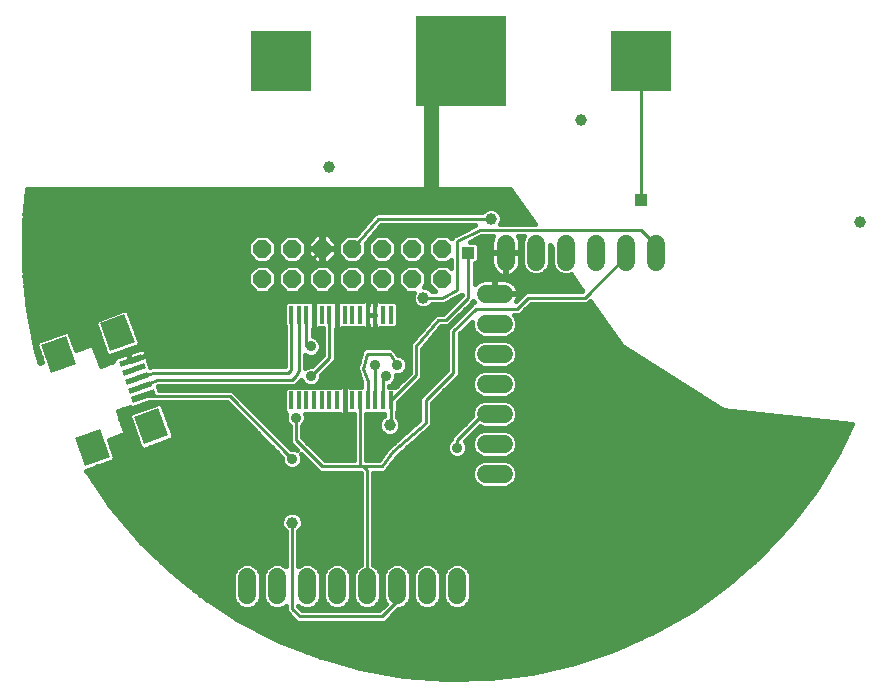
<source format=gbl>
G75*
G70*
%OFA0B0*%
%FSLAX24Y24*%
%IPPOS*%
%LPD*%
%AMOC8*
5,1,8,0,0,1.08239X$1,22.5*
%
%ADD10C,0.0600*%
%ADD11OC8,0.0600*%
%ADD12R,0.0157X0.0591*%
%ADD13R,0.0866X0.0984*%
%ADD14R,0.0787X0.0197*%
%ADD15R,0.2000X0.2000*%
%ADD16R,0.3000X0.3000*%
%ADD17C,0.0160*%
%ADD18C,0.0357*%
%ADD19C,0.0100*%
%ADD20C,0.0500*%
%ADD21R,0.0396X0.0396*%
%ADD22C,0.0396*%
D10*
X008556Y003790D02*
X008556Y004390D01*
X009556Y004390D02*
X009556Y003790D01*
X010556Y003790D02*
X010556Y004390D01*
X011556Y004390D02*
X011556Y003790D01*
X012556Y003790D02*
X012556Y004390D01*
X013556Y004390D02*
X013556Y003790D01*
X014556Y003790D02*
X014556Y004390D01*
X015556Y004390D02*
X015556Y003790D01*
X016506Y007840D02*
X017106Y007840D01*
X017106Y008840D02*
X016506Y008840D01*
X016506Y009840D02*
X017106Y009840D01*
X017106Y010840D02*
X016506Y010840D01*
X016506Y011840D02*
X017106Y011840D01*
X017106Y012840D02*
X016506Y012840D01*
X016506Y013840D02*
X017106Y013840D01*
X017181Y014915D02*
X017181Y015515D01*
X018181Y015515D02*
X018181Y014915D01*
X019181Y014915D02*
X019181Y015515D01*
X020181Y015515D02*
X020181Y014915D01*
X021181Y014915D02*
X021181Y015515D01*
X022181Y015515D02*
X022181Y014915D01*
D11*
X015056Y015340D03*
X015056Y014340D03*
X014056Y014340D03*
X013056Y014340D03*
X012056Y014340D03*
X011056Y014340D03*
X010056Y014340D03*
X009056Y014340D03*
X009056Y015340D03*
X010056Y015340D03*
X011056Y015340D03*
X012056Y015340D03*
X013056Y015340D03*
X014056Y015340D03*
D12*
X013344Y013143D03*
X013088Y013143D03*
X012832Y013143D03*
X012576Y013143D03*
X012321Y013143D03*
X012065Y013143D03*
X011809Y013143D03*
X011553Y013143D03*
X011297Y013143D03*
X011041Y013143D03*
X010785Y013143D03*
X010529Y013143D03*
X010273Y013143D03*
X010017Y013143D03*
X010017Y010288D03*
X010273Y010288D03*
X010529Y010288D03*
X010785Y010288D03*
X011041Y010288D03*
X011297Y010288D03*
X011553Y010288D03*
X011809Y010288D03*
X012065Y010288D03*
X012321Y010288D03*
X012576Y010288D03*
X012832Y010288D03*
X013088Y010288D03*
X013344Y010288D03*
D13*
G36*
X005936Y009117D02*
X005123Y008821D01*
X004786Y009745D01*
X005599Y010041D01*
X005936Y009117D01*
G37*
G36*
X003975Y008403D02*
X003162Y008107D01*
X002825Y009031D01*
X003638Y009327D01*
X003975Y008403D01*
G37*
G36*
X002844Y011511D02*
X002031Y011215D01*
X001694Y012139D01*
X002507Y012435D01*
X002844Y011511D01*
G37*
G36*
X004805Y012225D02*
X003992Y011929D01*
X003655Y012853D01*
X004468Y013149D01*
X004805Y012225D01*
G37*
D14*
G36*
X005075Y011652D02*
X004338Y011384D01*
X004271Y011568D01*
X005008Y011836D01*
X005075Y011652D01*
G37*
G36*
X005182Y011356D02*
X004445Y011088D01*
X004378Y011272D01*
X005115Y011540D01*
X005182Y011356D01*
G37*
G36*
X005290Y011060D02*
X004553Y010792D01*
X004486Y010976D01*
X005223Y011244D01*
X005290Y011060D01*
G37*
G36*
X005398Y010764D02*
X004661Y010496D01*
X004594Y010680D01*
X005331Y010948D01*
X005398Y010764D01*
G37*
G36*
X005506Y010468D02*
X004769Y010200D01*
X004702Y010384D01*
X005439Y010652D01*
X005506Y010468D01*
G37*
D15*
X009681Y021590D03*
X021681Y021590D03*
D16*
X015681Y021590D03*
D17*
X009846Y005389D02*
X005189Y005389D01*
X005027Y005547D02*
X009846Y005547D01*
X009846Y005706D02*
X004879Y005706D01*
X004949Y005623D02*
X004021Y006728D01*
X003209Y007920D01*
X003194Y007948D01*
X004093Y008275D01*
X004149Y008395D01*
X003938Y008974D01*
X004466Y009167D01*
X004494Y009227D01*
X004241Y009923D01*
X004657Y010074D01*
X004760Y010026D01*
X005282Y010216D01*
X007883Y010216D01*
X009717Y008382D01*
X009717Y008273D01*
X009769Y008149D01*
X009864Y008054D01*
X009988Y008002D01*
X010123Y008002D01*
X010247Y008054D01*
X010343Y008149D01*
X010394Y008273D01*
X010394Y008408D01*
X010361Y008489D01*
X010846Y008003D01*
X010969Y007880D01*
X012219Y007880D01*
X012344Y007880D01*
X012346Y007878D01*
X012346Y004801D01*
X012295Y004780D01*
X012166Y004651D01*
X012096Y004482D01*
X012096Y003699D01*
X012166Y003530D01*
X012295Y003400D01*
X012464Y003330D01*
X012647Y003330D01*
X012816Y003400D01*
X012946Y003530D01*
X013016Y003699D01*
X013016Y004482D01*
X012946Y004651D01*
X012816Y004780D01*
X012766Y004801D01*
X012766Y007880D01*
X012986Y007880D01*
X012999Y007870D01*
X013071Y007880D01*
X013143Y007880D01*
X013155Y007892D01*
X013172Y007895D01*
X013215Y007952D01*
X013266Y008003D01*
X013266Y008020D01*
X013586Y008447D01*
X014583Y009328D01*
X014591Y009328D01*
X014648Y009385D01*
X014708Y009438D01*
X014708Y009446D01*
X014714Y009451D01*
X014714Y009532D01*
X014719Y009612D01*
X014714Y009618D01*
X014714Y010201D01*
X015518Y011005D01*
X015641Y011128D01*
X015641Y012503D01*
X016046Y012908D01*
X016046Y012749D01*
X016116Y012580D01*
X016245Y012450D01*
X016414Y012380D01*
X017197Y012380D01*
X017366Y012450D01*
X017496Y012580D01*
X017566Y012749D01*
X017566Y012932D01*
X017496Y013101D01*
X017466Y013130D01*
X017469Y013130D01*
X017643Y013130D01*
X018018Y013505D01*
X019719Y013505D01*
X019893Y013505D01*
X019982Y013594D01*
X021056Y012090D01*
X024431Y009965D01*
X028723Y009499D01*
X028264Y008545D01*
X027511Y007314D01*
X026640Y006164D01*
X025659Y005107D01*
X024578Y004152D01*
X023406Y003310D01*
X022157Y002589D01*
X020842Y001996D01*
X019475Y001536D01*
X018068Y001215D01*
X016637Y001036D01*
X015195Y001000D01*
X013757Y001108D01*
X012336Y001358D01*
X010947Y001749D01*
X009604Y002276D01*
X008321Y002934D01*
X007109Y003717D01*
X005981Y004616D01*
X004949Y005623D01*
X004746Y005864D02*
X009846Y005864D01*
X009846Y005919D02*
X009846Y004751D01*
X009816Y004780D01*
X009647Y004850D01*
X009464Y004850D01*
X009295Y004780D01*
X009166Y004651D01*
X009096Y004482D01*
X009096Y003699D01*
X009166Y003530D01*
X009295Y003400D01*
X009464Y003330D01*
X009647Y003330D01*
X009816Y003400D01*
X009846Y003430D01*
X009846Y003427D01*
X009846Y003253D01*
X010096Y003003D01*
X010219Y002880D01*
X012969Y002880D01*
X013143Y002880D01*
X013593Y003330D01*
X013647Y003330D01*
X013816Y003400D01*
X013946Y003530D01*
X014016Y003699D01*
X014016Y004482D01*
X013946Y004651D01*
X013816Y004780D01*
X013647Y004850D01*
X013464Y004850D01*
X013295Y004780D01*
X013166Y004651D01*
X013096Y004482D01*
X013096Y003699D01*
X013166Y003530D01*
X013182Y003514D01*
X012969Y003300D01*
X010393Y003300D01*
X010266Y003427D01*
X010266Y003430D01*
X010295Y003400D01*
X010464Y003330D01*
X010647Y003330D01*
X010816Y003400D01*
X010946Y003530D01*
X011016Y003699D01*
X011016Y004482D01*
X010946Y004651D01*
X010816Y004780D01*
X010647Y004850D01*
X010464Y004850D01*
X010295Y004780D01*
X010266Y004751D01*
X010266Y005919D01*
X010359Y006013D01*
X010414Y006144D01*
X010414Y006287D01*
X010359Y006418D01*
X010259Y006519D01*
X010127Y006573D01*
X009985Y006573D01*
X009853Y006519D01*
X009752Y006418D01*
X009698Y006287D01*
X009698Y006144D01*
X009752Y006013D01*
X009846Y005919D01*
X009748Y006023D02*
X004613Y006023D01*
X004480Y006181D02*
X009698Y006181D01*
X009720Y006340D02*
X004347Y006340D01*
X004214Y006498D02*
X009832Y006498D01*
X010279Y006498D02*
X012346Y006498D01*
X012346Y006340D02*
X010392Y006340D01*
X010414Y006181D02*
X012346Y006181D01*
X012346Y006023D02*
X010364Y006023D01*
X010266Y005864D02*
X012346Y005864D01*
X012346Y005706D02*
X010266Y005706D01*
X010266Y005547D02*
X012346Y005547D01*
X012346Y005389D02*
X010266Y005389D01*
X010266Y005230D02*
X012346Y005230D01*
X012346Y005071D02*
X010266Y005071D01*
X010266Y004913D02*
X012346Y004913D01*
X012269Y004754D02*
X011842Y004754D01*
X011816Y004780D02*
X011647Y004850D01*
X011464Y004850D01*
X011295Y004780D01*
X011166Y004651D01*
X011096Y004482D01*
X011096Y003699D01*
X011166Y003530D01*
X011295Y003400D01*
X011464Y003330D01*
X011647Y003330D01*
X011816Y003400D01*
X011946Y003530D01*
X012016Y003699D01*
X012016Y004482D01*
X011946Y004651D01*
X011816Y004780D01*
X011969Y004596D02*
X012143Y004596D01*
X012096Y004437D02*
X012016Y004437D01*
X012016Y004279D02*
X012096Y004279D01*
X012096Y004120D02*
X012016Y004120D01*
X012016Y003962D02*
X012096Y003962D01*
X012096Y003803D02*
X012016Y003803D01*
X011993Y003645D02*
X012118Y003645D01*
X012210Y003486D02*
X011902Y003486D01*
X011210Y003486D02*
X010902Y003486D01*
X010993Y003645D02*
X011118Y003645D01*
X011096Y003803D02*
X011016Y003803D01*
X011016Y003962D02*
X011096Y003962D01*
X011096Y004120D02*
X011016Y004120D01*
X011016Y004279D02*
X011096Y004279D01*
X011096Y004437D02*
X011016Y004437D01*
X010969Y004596D02*
X011143Y004596D01*
X011269Y004754D02*
X010842Y004754D01*
X010269Y004754D02*
X010266Y004754D01*
X009846Y004754D02*
X009842Y004754D01*
X009846Y004913D02*
X005677Y004913D01*
X005839Y004754D02*
X008269Y004754D01*
X008295Y004780D02*
X008166Y004651D01*
X008096Y004482D01*
X008096Y003699D01*
X008166Y003530D01*
X008295Y003400D01*
X008464Y003330D01*
X008647Y003330D01*
X008816Y003400D01*
X008946Y003530D01*
X009016Y003699D01*
X009016Y004482D01*
X008946Y004651D01*
X008816Y004780D01*
X008647Y004850D01*
X008464Y004850D01*
X008295Y004780D01*
X008143Y004596D02*
X006007Y004596D01*
X006205Y004437D02*
X008096Y004437D01*
X008096Y004279D02*
X006404Y004279D01*
X006603Y004120D02*
X008096Y004120D01*
X008096Y003962D02*
X006802Y003962D01*
X007001Y003803D02*
X008096Y003803D01*
X008118Y003645D02*
X007221Y003645D01*
X007466Y003486D02*
X008210Y003486D01*
X007957Y003169D02*
X009930Y003169D01*
X009846Y003327D02*
X007711Y003327D01*
X008202Y003010D02*
X010089Y003010D01*
X010366Y003327D02*
X012996Y003327D01*
X012902Y003486D02*
X013154Y003486D01*
X013118Y003645D02*
X012993Y003645D01*
X013016Y003803D02*
X013096Y003803D01*
X013096Y003962D02*
X013016Y003962D01*
X013016Y004120D02*
X013096Y004120D01*
X013096Y004279D02*
X013016Y004279D01*
X013016Y004437D02*
X013096Y004437D01*
X013143Y004596D02*
X012969Y004596D01*
X012842Y004754D02*
X013269Y004754D01*
X012766Y004913D02*
X025440Y004913D01*
X025619Y005071D02*
X012766Y005071D01*
X012766Y005230D02*
X025774Y005230D01*
X025921Y005389D02*
X012766Y005389D01*
X012766Y005547D02*
X026068Y005547D01*
X026215Y005706D02*
X012766Y005706D01*
X012766Y005864D02*
X026362Y005864D01*
X026509Y006023D02*
X012766Y006023D01*
X012766Y006181D02*
X026653Y006181D01*
X026773Y006340D02*
X012766Y006340D01*
X012766Y006498D02*
X026894Y006498D01*
X027014Y006657D02*
X012766Y006657D01*
X012766Y006815D02*
X027134Y006815D01*
X027254Y006974D02*
X012766Y006974D01*
X012766Y007133D02*
X027374Y007133D01*
X027494Y007291D02*
X012766Y007291D01*
X012766Y007450D02*
X016247Y007450D01*
X016245Y007450D02*
X016414Y007380D01*
X017197Y007380D01*
X017366Y007450D01*
X017496Y007580D01*
X017566Y007749D01*
X017566Y007932D01*
X017496Y008101D01*
X017366Y008230D01*
X017197Y008300D01*
X016414Y008300D01*
X016245Y008230D01*
X016116Y008101D01*
X016046Y007932D01*
X016046Y007749D01*
X016116Y007580D01*
X016245Y007450D01*
X016104Y007608D02*
X012766Y007608D01*
X012766Y007767D02*
X016046Y007767D01*
X016046Y007925D02*
X013194Y007925D01*
X013313Y008084D02*
X016109Y008084D01*
X016274Y008242D02*
X013432Y008242D01*
X013551Y008401D02*
X015431Y008401D01*
X015488Y008377D02*
X015623Y008377D01*
X015747Y008429D01*
X015843Y008524D01*
X015894Y008648D01*
X015894Y008783D01*
X015843Y008907D01*
X015819Y008931D01*
X016311Y009423D01*
X016414Y009380D01*
X017197Y009380D01*
X017366Y009450D01*
X017496Y009580D01*
X017566Y009749D01*
X017566Y009932D01*
X017496Y010101D01*
X017366Y010230D01*
X017197Y010300D01*
X016414Y010300D01*
X016245Y010230D01*
X016116Y010101D01*
X016046Y009932D01*
X016046Y009752D01*
X015346Y009052D01*
X015346Y008984D01*
X015269Y008907D01*
X015217Y008783D01*
X015217Y008648D01*
X015269Y008524D01*
X015364Y008429D01*
X015488Y008377D01*
X015681Y008401D02*
X016365Y008401D01*
X016414Y008380D02*
X017197Y008380D01*
X017366Y008450D01*
X017496Y008580D01*
X017566Y008749D01*
X017566Y008932D01*
X017496Y009101D01*
X017366Y009230D01*
X017197Y009300D01*
X016414Y009300D01*
X016245Y009230D01*
X016116Y009101D01*
X016046Y008932D01*
X016046Y008749D01*
X016116Y008580D01*
X016245Y008450D01*
X016414Y008380D01*
X016136Y008559D02*
X015857Y008559D01*
X015894Y008718D02*
X016059Y008718D01*
X016046Y008876D02*
X015855Y008876D01*
X015922Y009035D02*
X016089Y009035D01*
X016081Y009194D02*
X016208Y009194D01*
X016239Y009352D02*
X028652Y009352D01*
X028614Y009511D02*
X017427Y009511D01*
X017533Y009669D02*
X027155Y009669D01*
X028500Y009035D02*
X017523Y009035D01*
X017566Y008876D02*
X028423Y008876D01*
X028347Y008718D02*
X017553Y008718D01*
X017475Y008559D02*
X028271Y008559D01*
X028176Y008401D02*
X017247Y008401D01*
X017337Y008242D02*
X028079Y008242D01*
X027982Y008084D02*
X017503Y008084D01*
X017566Y007925D02*
X027885Y007925D01*
X027788Y007767D02*
X017566Y007767D01*
X017507Y007608D02*
X027691Y007608D01*
X027594Y007450D02*
X017364Y007450D01*
X017403Y009194D02*
X028576Y009194D01*
X025697Y009828D02*
X017566Y009828D01*
X017543Y009986D02*
X024398Y009986D01*
X024146Y010145D02*
X017452Y010145D01*
X017366Y010450D02*
X017197Y010380D01*
X016414Y010380D01*
X016245Y010450D01*
X016116Y010580D01*
X016046Y010749D01*
X016046Y010932D01*
X016116Y011101D01*
X016245Y011230D01*
X016414Y011300D01*
X017197Y011300D01*
X017366Y011230D01*
X017496Y011101D01*
X017566Y010932D01*
X017566Y010749D01*
X017496Y010580D01*
X017366Y010450D01*
X017378Y010462D02*
X023642Y010462D01*
X023390Y010620D02*
X017513Y010620D01*
X017566Y010779D02*
X023139Y010779D01*
X022887Y010938D02*
X017563Y010938D01*
X017498Y011096D02*
X022635Y011096D01*
X022383Y011255D02*
X017308Y011255D01*
X017276Y011413D02*
X022131Y011413D01*
X021880Y011572D02*
X017488Y011572D01*
X017496Y011580D02*
X017566Y011749D01*
X017566Y011932D01*
X017496Y012101D01*
X017366Y012230D01*
X017197Y012300D01*
X016414Y012300D01*
X016245Y012230D01*
X016116Y012101D01*
X016046Y011932D01*
X016046Y011749D01*
X016116Y011580D01*
X016245Y011450D01*
X016414Y011380D01*
X017197Y011380D01*
X017366Y011450D01*
X017496Y011580D01*
X017558Y011730D02*
X021628Y011730D01*
X021376Y011889D02*
X017566Y011889D01*
X017518Y012047D02*
X021124Y012047D01*
X020973Y012206D02*
X017391Y012206D01*
X017439Y012523D02*
X020747Y012523D01*
X020860Y012364D02*
X015641Y012364D01*
X015641Y012206D02*
X016221Y012206D01*
X016094Y012047D02*
X015641Y012047D01*
X015641Y011889D02*
X016046Y011889D01*
X016053Y011730D02*
X015641Y011730D01*
X015641Y011572D02*
X016124Y011572D01*
X016335Y011413D02*
X015641Y011413D01*
X015641Y011255D02*
X016304Y011255D01*
X016114Y011096D02*
X015608Y011096D01*
X015450Y010938D02*
X016048Y010938D01*
X016046Y010779D02*
X015291Y010779D01*
X015133Y010620D02*
X016099Y010620D01*
X016234Y010462D02*
X014974Y010462D01*
X014816Y010303D02*
X023894Y010303D01*
X020634Y012682D02*
X017538Y012682D01*
X017566Y012840D02*
X020520Y012840D01*
X020407Y012999D02*
X017538Y012999D01*
X017670Y013157D02*
X020294Y013157D01*
X020181Y013316D02*
X017828Y013316D01*
X017987Y013474D02*
X020067Y013474D01*
X019719Y013925D02*
X017844Y013925D01*
X017721Y013802D01*
X017526Y013607D01*
X017551Y013656D01*
X017574Y013728D01*
X017586Y013803D01*
X017586Y013820D01*
X016826Y013820D01*
X016826Y013860D01*
X017586Y013860D01*
X017586Y013878D01*
X017574Y013953D01*
X017551Y014025D01*
X017516Y014092D01*
X017472Y014153D01*
X017418Y014206D01*
X017357Y014251D01*
X017290Y014285D01*
X017218Y014309D01*
X017144Y014320D01*
X016826Y014320D01*
X016826Y013861D01*
X016786Y013861D01*
X016786Y014320D01*
X016468Y014320D01*
X016393Y014309D01*
X016321Y014285D01*
X016254Y014251D01*
X016193Y014206D01*
X016141Y014154D01*
X016141Y014857D01*
X016195Y014857D01*
X016289Y014951D01*
X016289Y015480D01*
X016195Y015573D01*
X015991Y015573D01*
X016355Y015755D01*
X016764Y015755D01*
X016736Y015700D01*
X016713Y015628D01*
X016701Y015553D01*
X016701Y015235D01*
X017161Y015235D01*
X017161Y015195D01*
X017201Y015195D01*
X017201Y014435D01*
X017219Y014435D01*
X017293Y014447D01*
X017365Y014471D01*
X017432Y014505D01*
X017493Y014549D01*
X017547Y014603D01*
X017591Y014664D01*
X017626Y014731D01*
X017649Y014803D01*
X017661Y014878D01*
X017661Y015195D01*
X017201Y015195D01*
X017201Y015235D01*
X017661Y015235D01*
X017661Y015553D01*
X017649Y015628D01*
X017626Y015700D01*
X017597Y015755D01*
X017782Y015755D01*
X017721Y015607D01*
X017721Y014824D01*
X017791Y014655D01*
X017920Y014525D01*
X018089Y014455D01*
X018272Y014455D01*
X018441Y014525D01*
X018571Y014655D01*
X018641Y014824D01*
X018641Y015471D01*
X018721Y015359D01*
X018721Y014824D01*
X018791Y014655D01*
X018920Y014525D01*
X019089Y014455D01*
X019272Y014455D01*
X019345Y014486D01*
X019734Y013941D01*
X019719Y013925D01*
X019728Y013950D02*
X017574Y013950D01*
X017584Y013791D02*
X017710Y013791D01*
X017551Y013633D02*
X017539Y013633D01*
X017504Y014108D02*
X019614Y014108D01*
X019501Y014267D02*
X017326Y014267D01*
X017161Y014435D02*
X017161Y015195D01*
X016701Y015195D01*
X016701Y014878D01*
X016713Y014803D01*
X016736Y014731D01*
X016770Y014664D01*
X016815Y014603D01*
X016868Y014549D01*
X016929Y014505D01*
X016996Y014471D01*
X017068Y014447D01*
X017143Y014435D01*
X017161Y014435D01*
X017161Y014584D02*
X017201Y014584D01*
X017201Y014743D02*
X017161Y014743D01*
X017161Y014901D02*
X017201Y014901D01*
X017201Y015060D02*
X017161Y015060D01*
X017161Y015218D02*
X016289Y015218D01*
X016289Y015060D02*
X016701Y015060D01*
X016701Y014901D02*
X016239Y014901D01*
X016141Y014743D02*
X016732Y014743D01*
X016833Y014584D02*
X016141Y014584D01*
X016141Y014426D02*
X019388Y014426D01*
X018862Y014584D02*
X018500Y014584D01*
X018607Y014743D02*
X018754Y014743D01*
X018721Y014901D02*
X018641Y014901D01*
X018641Y015060D02*
X018721Y015060D01*
X018721Y015218D02*
X018641Y015218D01*
X018641Y015377D02*
X018708Y015377D01*
X018138Y016175D02*
X017000Y016175D01*
X017039Y016269D01*
X017039Y016412D01*
X016984Y016543D01*
X016884Y016644D01*
X016752Y016698D01*
X016610Y016698D01*
X016478Y016644D01*
X016384Y016550D01*
X013010Y016550D01*
X013004Y016556D01*
X012924Y016550D01*
X012844Y016550D01*
X012838Y016545D01*
X012830Y016544D01*
X012777Y016484D01*
X012721Y016427D01*
X012721Y016419D01*
X012179Y015800D01*
X011865Y015800D01*
X011596Y015531D01*
X011596Y015150D01*
X011865Y014880D01*
X012246Y014880D01*
X012516Y015150D01*
X012516Y015531D01*
X012508Y015539D01*
X013026Y016130D01*
X016166Y016130D01*
X015506Y015800D01*
X015469Y015800D01*
X015431Y015763D01*
X015384Y015739D01*
X015372Y015704D01*
X015358Y015689D01*
X015246Y015800D01*
X014865Y015800D01*
X014596Y015531D01*
X014596Y015150D01*
X014865Y014880D01*
X015246Y014880D01*
X015346Y014980D01*
X015346Y014701D01*
X015246Y014800D01*
X014865Y014800D01*
X014596Y014531D01*
X014596Y014150D01*
X014820Y013925D01*
X014727Y013925D01*
X014634Y014019D01*
X014502Y014073D01*
X014439Y014073D01*
X014516Y014150D01*
X014516Y014531D01*
X014246Y014800D01*
X013865Y014800D01*
X013596Y014531D01*
X013596Y014150D01*
X013865Y013880D01*
X014112Y013880D01*
X014073Y013787D01*
X014073Y013644D01*
X014127Y013513D01*
X014228Y013412D01*
X014360Y013357D01*
X014502Y013357D01*
X014634Y013412D01*
X014727Y013505D01*
X015022Y013505D01*
X015072Y013489D01*
X015105Y013505D01*
X015143Y013505D01*
X015180Y013543D01*
X015605Y013755D01*
X015643Y013755D01*
X015680Y013793D01*
X015721Y013813D01*
X015721Y013802D01*
X015094Y013175D01*
X015008Y013175D01*
X015001Y013181D01*
X014923Y013175D01*
X014844Y013175D01*
X014837Y013169D01*
X014828Y013168D01*
X014776Y013108D01*
X014721Y013052D01*
X014721Y013043D01*
X014027Y012233D01*
X013971Y012177D01*
X013971Y012168D01*
X013965Y012161D01*
X013971Y012082D01*
X013971Y011212D01*
X013496Y010737D01*
X013489Y010743D01*
X013298Y010743D01*
X013298Y010773D01*
X013372Y010804D01*
X013468Y010899D01*
X013519Y011023D01*
X013519Y011127D01*
X013623Y011127D01*
X013747Y011179D01*
X013843Y011274D01*
X013894Y011398D01*
X013894Y011533D01*
X013843Y011657D01*
X013747Y011752D01*
X013623Y011804D01*
X013583Y011804D01*
X013516Y011904D01*
X013516Y011927D01*
X013469Y011974D01*
X013432Y012029D01*
X013409Y012034D01*
X013393Y012050D01*
X013327Y012050D01*
X013262Y012063D01*
X013242Y012050D01*
X012582Y012050D01*
X012522Y012065D01*
X012498Y012050D01*
X012469Y012050D01*
X012426Y012007D01*
X012373Y011976D01*
X012366Y011948D01*
X012346Y011927D01*
X012346Y011866D01*
X012232Y011410D01*
X012204Y011349D01*
X012211Y011329D01*
X012206Y011307D01*
X012241Y011249D01*
X012366Y010907D01*
X012366Y010743D01*
X012210Y010743D01*
X011970Y010743D01*
X011957Y010751D01*
X011911Y010763D01*
X011809Y010763D01*
X011809Y010289D01*
X011809Y010289D01*
X011809Y010763D01*
X011706Y010763D01*
X011661Y010751D01*
X011647Y010743D01*
X011442Y010743D01*
X011186Y010743D01*
X010930Y010743D01*
X010674Y010743D01*
X010418Y010743D01*
X010162Y010743D01*
X009872Y010743D01*
X009779Y010650D01*
X009779Y009927D01*
X009866Y009839D01*
X009842Y009783D01*
X009842Y009648D01*
X009894Y009524D01*
X009971Y009447D01*
X009971Y008878D01*
X010094Y008755D01*
X010204Y008645D01*
X010123Y008679D01*
X010014Y008679D01*
X008180Y010513D01*
X008057Y010636D01*
X005616Y010636D01*
X005577Y010746D01*
X005599Y010755D01*
X009969Y010755D01*
X010143Y010755D01*
X010299Y010912D01*
X010340Y010928D01*
X010358Y010971D01*
X010362Y010975D01*
X010394Y010899D01*
X010489Y010804D01*
X010613Y010752D01*
X010748Y010752D01*
X010872Y010804D01*
X010968Y010899D01*
X011019Y011023D01*
X011019Y011132D01*
X011384Y011497D01*
X011507Y011620D01*
X011507Y012667D01*
X011553Y012667D01*
X011655Y012667D01*
X011701Y012680D01*
X011714Y012687D01*
X011920Y012687D01*
X012176Y012687D01*
X012415Y012687D01*
X012428Y012680D01*
X012474Y012667D01*
X012576Y012667D01*
X012576Y012814D01*
X012577Y012812D01*
X012577Y012667D01*
X012679Y012667D01*
X012704Y012674D01*
X012730Y012667D01*
X012832Y012667D01*
X012832Y012812D01*
X012833Y012814D01*
X012833Y012667D01*
X012935Y012667D01*
X012981Y012680D01*
X012994Y012687D01*
X013199Y012687D01*
X013489Y012687D01*
X013583Y012781D01*
X013583Y013504D01*
X013489Y013598D01*
X013199Y013598D01*
X012994Y013598D01*
X012981Y013606D01*
X012935Y013618D01*
X012833Y013618D01*
X012833Y013471D01*
X012832Y013473D01*
X012832Y013618D01*
X012730Y013618D01*
X012704Y013611D01*
X012679Y013618D01*
X012577Y013618D01*
X012577Y013473D01*
X012576Y013471D01*
X012576Y013618D01*
X012474Y013618D01*
X012428Y013606D01*
X012415Y013598D01*
X012176Y013598D01*
X011920Y013598D01*
X011714Y013598D01*
X011701Y013606D01*
X011655Y013618D01*
X011553Y013618D01*
X011553Y013143D01*
X011553Y013143D01*
X011553Y013618D01*
X011450Y013618D01*
X011405Y013606D01*
X011391Y013598D01*
X011152Y013598D01*
X010947Y013598D01*
X010933Y013606D01*
X010888Y013618D01*
X010785Y013618D01*
X010683Y013618D01*
X010637Y013606D01*
X010624Y013598D01*
X010384Y013598D01*
X010128Y013598D01*
X009872Y013598D01*
X009779Y013504D01*
X009779Y012781D01*
X009807Y012752D01*
X009807Y011425D01*
X005477Y011425D01*
X005441Y011442D01*
X005394Y011425D01*
X005344Y011425D01*
X005333Y011415D01*
X005255Y011629D01*
X005258Y011644D01*
X005254Y011692D01*
X005212Y011806D01*
X004673Y011610D01*
X004673Y011611D01*
X004672Y011611D01*
X004577Y011872D01*
X004185Y011729D01*
X004146Y011702D01*
X004116Y011666D01*
X004096Y011623D01*
X004090Y011588D01*
X003688Y011442D01*
X003435Y012138D01*
X003375Y012166D01*
X002846Y011973D01*
X002636Y012552D01*
X002516Y012608D01*
X001577Y012267D01*
X001521Y012147D01*
X001732Y011568D01*
X001644Y011536D01*
X001533Y011895D01*
X001247Y013309D01*
X001104Y014744D01*
X001104Y016187D01*
X001219Y017340D01*
X017306Y017340D01*
X018138Y016175D01*
X018029Y016328D02*
X017039Y016328D01*
X017008Y016487D02*
X017916Y016487D01*
X017802Y016645D02*
X016881Y016645D01*
X016481Y016645D02*
X001150Y016645D01*
X001134Y016487D02*
X012780Y016487D01*
X012641Y016328D02*
X001118Y016328D01*
X001104Y016169D02*
X012502Y016169D01*
X012364Y016011D02*
X001104Y016011D01*
X001104Y015852D02*
X012225Y015852D01*
X012511Y015535D02*
X012600Y015535D01*
X012596Y015531D02*
X012596Y015150D01*
X012865Y014880D01*
X013246Y014880D01*
X013516Y015150D01*
X013516Y015531D01*
X013246Y015800D01*
X012865Y015800D01*
X012596Y015531D01*
X012596Y015377D02*
X012516Y015377D01*
X012516Y015218D02*
X012596Y015218D01*
X012686Y015060D02*
X012426Y015060D01*
X012267Y014901D02*
X012844Y014901D01*
X012865Y014800D02*
X012596Y014531D01*
X012596Y014150D01*
X012865Y013880D01*
X013246Y013880D01*
X013516Y014150D01*
X013516Y014531D01*
X013246Y014800D01*
X012865Y014800D01*
X012807Y014743D02*
X012304Y014743D01*
X012246Y014800D02*
X012516Y014531D01*
X012516Y014150D01*
X012246Y013880D01*
X011865Y013880D01*
X011596Y014150D01*
X011596Y014531D01*
X011865Y014800D01*
X012246Y014800D01*
X012463Y014584D02*
X012649Y014584D01*
X012596Y014426D02*
X012516Y014426D01*
X012516Y014267D02*
X012596Y014267D01*
X012637Y014108D02*
X012474Y014108D01*
X012316Y013950D02*
X012796Y013950D01*
X012832Y013474D02*
X012833Y013474D01*
X012577Y013474D02*
X012576Y013474D01*
X012577Y013143D02*
X012832Y013143D01*
X012832Y013142D01*
X012577Y013142D01*
X012577Y013143D01*
X012576Y012682D02*
X012577Y012682D01*
X012425Y012682D02*
X011704Y012682D01*
X011553Y012682D02*
X011553Y012682D01*
X011553Y012667D02*
X011553Y013142D01*
X011553Y013142D01*
X011553Y012667D01*
X011507Y012523D02*
X014275Y012523D01*
X014139Y012364D02*
X011507Y012364D01*
X011507Y012206D02*
X013999Y012206D01*
X013971Y012047D02*
X013396Y012047D01*
X013526Y011889D02*
X013971Y011889D01*
X013971Y011730D02*
X013769Y011730D01*
X013878Y011572D02*
X013971Y011572D01*
X013971Y011413D02*
X013894Y011413D01*
X013824Y011255D02*
X013971Y011255D01*
X013855Y011096D02*
X013519Y011096D01*
X013484Y010938D02*
X013697Y010938D01*
X013538Y010779D02*
X013313Y010779D01*
X013815Y010462D02*
X014380Y010462D01*
X014417Y010498D02*
X014294Y010375D01*
X014294Y009633D01*
X013339Y008789D01*
X013315Y008786D01*
X013276Y008733D01*
X013227Y008690D01*
X013225Y008666D01*
X012951Y008300D01*
X012531Y008300D01*
X012531Y009833D01*
X012721Y009833D01*
X012977Y009833D01*
X013134Y009833D01*
X013134Y009782D01*
X013103Y009769D01*
X013002Y009668D01*
X012948Y009537D01*
X012948Y009394D01*
X013002Y009263D01*
X013103Y009162D01*
X013235Y009107D01*
X013377Y009107D01*
X013509Y009162D01*
X013609Y009263D01*
X013664Y009394D01*
X013664Y009537D01*
X013609Y009668D01*
X013554Y009723D01*
X013554Y009898D01*
X013583Y009927D01*
X013583Y010230D01*
X014391Y011038D01*
X014391Y011212D01*
X014391Y012013D01*
X015027Y012755D01*
X015094Y012755D01*
X015268Y012755D01*
X016018Y013505D01*
X016098Y013585D01*
X016123Y013550D01*
X016094Y013550D01*
X015971Y013427D01*
X015221Y012677D01*
X015221Y012503D01*
X015221Y011302D01*
X014417Y010498D01*
X014417Y010498D01*
X014539Y010620D02*
X013973Y010620D01*
X014132Y010779D02*
X014697Y010779D01*
X014856Y010938D02*
X014290Y010938D01*
X014391Y011096D02*
X015015Y011096D01*
X015173Y011255D02*
X014391Y011255D01*
X014391Y011413D02*
X015221Y011413D01*
X015221Y011572D02*
X014391Y011572D01*
X014391Y011730D02*
X015221Y011730D01*
X015221Y011889D02*
X014391Y011889D01*
X014420Y012047D02*
X015221Y012047D01*
X015221Y012206D02*
X014556Y012206D01*
X014692Y012364D02*
X015221Y012364D01*
X015221Y012523D02*
X014828Y012523D01*
X014964Y012682D02*
X015225Y012682D01*
X015352Y012840D02*
X015384Y012840D01*
X015511Y012999D02*
X015542Y012999D01*
X015670Y013157D02*
X015701Y013157D01*
X015828Y013316D02*
X015859Y013316D01*
X015987Y013474D02*
X016018Y013474D01*
X015710Y013791D02*
X015679Y013791D01*
X015551Y013633D02*
X015360Y013633D01*
X015393Y013474D02*
X014696Y013474D01*
X014819Y013157D02*
X013583Y013157D01*
X013583Y012999D02*
X014683Y012999D01*
X014547Y012840D02*
X013583Y012840D01*
X013583Y013316D02*
X015234Y013316D01*
X014796Y013950D02*
X014703Y013950D01*
X014637Y014108D02*
X014474Y014108D01*
X014516Y014267D02*
X014596Y014267D01*
X014596Y014426D02*
X014516Y014426D01*
X014463Y014584D02*
X014649Y014584D01*
X014807Y014743D02*
X014304Y014743D01*
X014246Y014880D02*
X014516Y015150D01*
X014516Y015531D01*
X014246Y015800D01*
X013865Y015800D01*
X013596Y015531D01*
X013596Y015150D01*
X013865Y014880D01*
X014246Y014880D01*
X014267Y014901D02*
X014844Y014901D01*
X014686Y015060D02*
X014426Y015060D01*
X014516Y015218D02*
X014596Y015218D01*
X014596Y015377D02*
X014516Y015377D01*
X014511Y015535D02*
X014600Y015535D01*
X014759Y015694D02*
X014353Y015694D01*
X013759Y015694D02*
X013353Y015694D01*
X013511Y015535D02*
X013600Y015535D01*
X013596Y015377D02*
X013516Y015377D01*
X013516Y015218D02*
X013596Y015218D01*
X013686Y015060D02*
X013426Y015060D01*
X013267Y014901D02*
X013844Y014901D01*
X013807Y014743D02*
X013304Y014743D01*
X013463Y014584D02*
X013649Y014584D01*
X013596Y014426D02*
X013516Y014426D01*
X013516Y014267D02*
X013596Y014267D01*
X013637Y014108D02*
X013474Y014108D01*
X013316Y013950D02*
X013796Y013950D01*
X014075Y013791D02*
X001199Y013791D01*
X001215Y013633D02*
X014077Y013633D01*
X014165Y013474D02*
X013583Y013474D01*
X012984Y012682D02*
X014411Y012682D01*
X015660Y012523D02*
X016173Y012523D01*
X016074Y012682D02*
X015819Y012682D01*
X015977Y012840D02*
X016046Y012840D01*
X016786Y013950D02*
X016826Y013950D01*
X016826Y014108D02*
X016786Y014108D01*
X016786Y014267D02*
X016826Y014267D01*
X016286Y014267D02*
X016141Y014267D01*
X015346Y014743D02*
X015304Y014743D01*
X015267Y014901D02*
X015346Y014901D01*
X015353Y015694D02*
X015362Y015694D01*
X015610Y015852D02*
X012783Y015852D01*
X012759Y015694D02*
X012644Y015694D01*
X012921Y016011D02*
X015927Y016011D01*
X016232Y015694D02*
X016734Y015694D01*
X016701Y015535D02*
X016233Y015535D01*
X016289Y015377D02*
X016701Y015377D01*
X017201Y015218D02*
X017721Y015218D01*
X017721Y015060D02*
X017661Y015060D01*
X017661Y014901D02*
X017721Y014901D01*
X017754Y014743D02*
X017629Y014743D01*
X017528Y014584D02*
X017862Y014584D01*
X017721Y015377D02*
X017661Y015377D01*
X017661Y015535D02*
X017721Y015535D01*
X017757Y015694D02*
X017627Y015694D01*
X017689Y016804D02*
X001165Y016804D01*
X001181Y016962D02*
X017576Y016962D01*
X017463Y017121D02*
X001197Y017121D01*
X001213Y017279D02*
X017349Y017279D01*
X015681Y021590D02*
X014681Y021590D01*
X011759Y015694D02*
X011381Y015694D01*
X011255Y015820D02*
X011536Y015539D01*
X011536Y015360D01*
X011076Y015360D01*
X011076Y015320D01*
X011076Y014860D01*
X011255Y014860D01*
X011536Y015142D01*
X011536Y015320D01*
X011076Y015320D01*
X011036Y015320D01*
X011036Y014860D01*
X010857Y014860D01*
X010576Y015142D01*
X010576Y015320D01*
X011036Y015320D01*
X011036Y015360D01*
X010576Y015360D01*
X010576Y015539D01*
X010857Y015820D01*
X011036Y015820D01*
X011036Y015361D01*
X011076Y015361D01*
X011076Y015820D01*
X011255Y015820D01*
X011076Y015694D02*
X011036Y015694D01*
X011036Y015535D02*
X011076Y015535D01*
X011076Y015377D02*
X011036Y015377D01*
X011036Y015218D02*
X011076Y015218D01*
X011076Y015060D02*
X011036Y015060D01*
X011036Y014901D02*
X011076Y014901D01*
X011246Y014800D02*
X010865Y014800D01*
X010596Y014531D01*
X010596Y014150D01*
X010865Y013880D01*
X011246Y013880D01*
X011516Y014150D01*
X011516Y014531D01*
X011246Y014800D01*
X011304Y014743D02*
X011807Y014743D01*
X011844Y014901D02*
X011295Y014901D01*
X011454Y015060D02*
X011686Y015060D01*
X011596Y015218D02*
X011536Y015218D01*
X011536Y015377D02*
X011596Y015377D01*
X011600Y015535D02*
X011536Y015535D01*
X010816Y014901D02*
X010267Y014901D01*
X010246Y014880D02*
X010516Y015150D01*
X010516Y015531D01*
X010246Y015800D01*
X009865Y015800D01*
X009596Y015531D01*
X009596Y015150D01*
X009865Y014880D01*
X010246Y014880D01*
X010246Y014800D02*
X009865Y014800D01*
X009596Y014531D01*
X009596Y014150D01*
X009865Y013880D01*
X010246Y013880D01*
X010516Y014150D01*
X010516Y014531D01*
X010246Y014800D01*
X010304Y014743D02*
X010807Y014743D01*
X010649Y014584D02*
X010463Y014584D01*
X010516Y014426D02*
X010596Y014426D01*
X010596Y014267D02*
X010516Y014267D01*
X010474Y014108D02*
X010637Y014108D01*
X010796Y013950D02*
X010316Y013950D01*
X009796Y013950D02*
X009316Y013950D01*
X009246Y013880D02*
X009516Y014150D01*
X009516Y014531D01*
X009246Y014800D01*
X008865Y014800D01*
X008596Y014531D01*
X008596Y014150D01*
X008865Y013880D01*
X009246Y013880D01*
X009474Y014108D02*
X009637Y014108D01*
X009596Y014267D02*
X009516Y014267D01*
X009516Y014426D02*
X009596Y014426D01*
X009649Y014584D02*
X009463Y014584D01*
X009304Y014743D02*
X009807Y014743D01*
X009844Y014901D02*
X009267Y014901D01*
X009246Y014880D02*
X009516Y015150D01*
X009516Y015531D01*
X009246Y015800D01*
X008865Y015800D01*
X008596Y015531D01*
X008596Y015150D01*
X008865Y014880D01*
X009246Y014880D01*
X009426Y015060D02*
X009686Y015060D01*
X009596Y015218D02*
X009516Y015218D01*
X009516Y015377D02*
X009596Y015377D01*
X009600Y015535D02*
X009511Y015535D01*
X009353Y015694D02*
X009759Y015694D01*
X010353Y015694D02*
X010730Y015694D01*
X010576Y015535D02*
X010511Y015535D01*
X010516Y015377D02*
X010576Y015377D01*
X010576Y015218D02*
X010516Y015218D01*
X010426Y015060D02*
X010658Y015060D01*
X011463Y014584D02*
X011649Y014584D01*
X011596Y014426D02*
X011516Y014426D01*
X011516Y014267D02*
X011596Y014267D01*
X011637Y014108D02*
X011474Y014108D01*
X011316Y013950D02*
X011796Y013950D01*
X011553Y013474D02*
X011553Y013474D01*
X011553Y013316D02*
X011553Y013316D01*
X011553Y013157D02*
X011553Y013157D01*
X011553Y012999D02*
X011553Y012999D01*
X011553Y012840D02*
X011553Y012840D01*
X011087Y012687D02*
X011087Y011793D01*
X010722Y011429D01*
X010613Y011429D01*
X010489Y011377D01*
X010483Y011371D01*
X010483Y011804D01*
X010489Y011799D01*
X010613Y011747D01*
X010748Y011747D01*
X010872Y011799D01*
X010968Y011894D01*
X011019Y012018D01*
X011019Y012153D01*
X010968Y012277D01*
X010872Y012372D01*
X010748Y012424D01*
X010739Y012424D01*
X010739Y012667D01*
X010785Y012667D01*
X010785Y013142D01*
X010785Y013142D01*
X010785Y012667D01*
X010888Y012667D01*
X010933Y012680D01*
X010947Y012687D01*
X011087Y012687D01*
X011087Y012682D02*
X010937Y012682D01*
X010785Y012682D02*
X010785Y012682D01*
X010785Y012840D02*
X010785Y012840D01*
X010785Y012999D02*
X010785Y012999D01*
X010785Y013143D02*
X010785Y013618D01*
X010785Y013143D01*
X010785Y013143D01*
X010785Y013157D02*
X010785Y013157D01*
X010785Y013316D02*
X010785Y013316D01*
X010785Y013474D02*
X010785Y013474D01*
X010739Y012523D02*
X011087Y012523D01*
X011087Y012364D02*
X010880Y012364D01*
X010997Y012206D02*
X011087Y012206D01*
X011087Y012047D02*
X011019Y012047D01*
X010963Y011889D02*
X011087Y011889D01*
X011024Y011730D02*
X010483Y011730D01*
X010483Y011572D02*
X010865Y011572D01*
X010576Y011413D02*
X010483Y011413D01*
X011019Y011096D02*
X012297Y011096D01*
X012355Y010938D02*
X010984Y010938D01*
X010813Y010779D02*
X012366Y010779D01*
X012237Y011255D02*
X011142Y011255D01*
X011301Y011413D02*
X012233Y011413D01*
X012272Y011572D02*
X011459Y011572D01*
X011384Y011497D02*
X011384Y011497D01*
X011507Y011730D02*
X012312Y011730D01*
X012346Y011889D02*
X011507Y011889D01*
X011507Y012047D02*
X012466Y012047D01*
X012832Y012682D02*
X012833Y012682D01*
X011809Y010620D02*
X011809Y010620D01*
X011809Y010462D02*
X011809Y010462D01*
X011809Y010303D02*
X011809Y010303D01*
X011809Y010288D02*
X011809Y009813D01*
X011911Y009813D01*
X011957Y009825D01*
X011970Y009833D01*
X012111Y009833D01*
X012111Y008300D01*
X011143Y008300D01*
X010391Y009052D01*
X010391Y009447D01*
X010468Y009524D01*
X010519Y009648D01*
X010519Y009783D01*
X010498Y009833D01*
X010674Y009833D01*
X010930Y009833D01*
X011186Y009833D01*
X011442Y009833D01*
X011647Y009833D01*
X011661Y009825D01*
X011706Y009813D01*
X011809Y009813D01*
X011809Y010288D01*
X011809Y010288D01*
X011809Y010145D02*
X011809Y010145D01*
X011809Y009986D02*
X011809Y009986D01*
X011809Y009828D02*
X011809Y009828D01*
X011961Y009828D02*
X012111Y009828D01*
X012111Y009669D02*
X010519Y009669D01*
X010501Y009828D02*
X011656Y009828D01*
X012111Y009511D02*
X010455Y009511D01*
X010391Y009352D02*
X012111Y009352D01*
X012111Y009194D02*
X010391Y009194D01*
X010408Y009035D02*
X012111Y009035D01*
X012111Y008876D02*
X010567Y008876D01*
X010725Y008718D02*
X012111Y008718D01*
X012111Y008559D02*
X010884Y008559D01*
X011042Y008401D02*
X012111Y008401D01*
X012531Y008401D02*
X013026Y008401D01*
X013145Y008559D02*
X012531Y008559D01*
X012531Y008718D02*
X013258Y008718D01*
X013438Y008876D02*
X012531Y008876D01*
X012531Y009035D02*
X013617Y009035D01*
X013540Y009194D02*
X013796Y009194D01*
X013646Y009352D02*
X013976Y009352D01*
X014155Y009511D02*
X013664Y009511D01*
X013608Y009669D02*
X014294Y009669D01*
X014294Y009828D02*
X013554Y009828D01*
X013583Y009986D02*
X014294Y009986D01*
X014294Y010145D02*
X013583Y010145D01*
X013656Y010303D02*
X014294Y010303D01*
X014714Y010145D02*
X016160Y010145D01*
X016068Y009986D02*
X014714Y009986D01*
X014714Y009828D02*
X016046Y009828D01*
X015963Y009669D02*
X014714Y009669D01*
X014714Y009511D02*
X015804Y009511D01*
X015646Y009352D02*
X014614Y009352D01*
X014431Y009194D02*
X015487Y009194D01*
X015346Y009035D02*
X014251Y009035D01*
X014072Y008876D02*
X015256Y008876D01*
X015217Y008718D02*
X013892Y008718D01*
X013713Y008559D02*
X015254Y008559D01*
X013071Y009194D02*
X012531Y009194D01*
X012531Y009352D02*
X012965Y009352D01*
X012948Y009511D02*
X012531Y009511D01*
X012531Y009669D02*
X013003Y009669D01*
X013134Y009828D02*
X012531Y009828D01*
X010548Y010779D02*
X010166Y010779D01*
X010344Y010938D02*
X010378Y010938D01*
X009779Y010620D02*
X008073Y010620D01*
X008231Y010462D02*
X009779Y010462D01*
X009779Y010303D02*
X008390Y010303D01*
X008548Y010145D02*
X009779Y010145D01*
X009779Y009986D02*
X008707Y009986D01*
X008865Y009828D02*
X009861Y009828D01*
X009842Y009669D02*
X009024Y009669D01*
X009182Y009511D02*
X009907Y009511D01*
X009971Y009352D02*
X009341Y009352D01*
X009500Y009194D02*
X009971Y009194D01*
X009971Y009035D02*
X009658Y009035D01*
X009817Y008876D02*
X009973Y008876D01*
X009975Y008718D02*
X010131Y008718D01*
X010094Y008755D02*
X010094Y008755D01*
X010394Y008401D02*
X010448Y008401D01*
X010381Y008242D02*
X010607Y008242D01*
X010765Y008084D02*
X010278Y008084D01*
X009834Y008084D02*
X003567Y008084D01*
X003206Y007925D02*
X010924Y007925D01*
X010846Y008003D02*
X010846Y008003D01*
X009730Y008242D02*
X004002Y008242D01*
X004147Y008401D02*
X009698Y008401D01*
X009540Y008559D02*
X004089Y008559D01*
X004031Y008718D02*
X004990Y008718D01*
X004995Y008703D02*
X005115Y008647D01*
X006053Y008989D01*
X006109Y009109D01*
X005728Y010158D01*
X005607Y010214D01*
X004669Y009873D01*
X004613Y009753D01*
X004995Y008703D01*
X004932Y008876D02*
X003974Y008876D01*
X004105Y009035D02*
X004874Y009035D01*
X004816Y009194D02*
X004479Y009194D01*
X004449Y009352D02*
X004759Y009352D01*
X004701Y009511D02*
X004391Y009511D01*
X004333Y009669D02*
X004643Y009669D01*
X004648Y009828D02*
X004275Y009828D01*
X004416Y009986D02*
X004981Y009986D01*
X005086Y010145D02*
X005416Y010145D01*
X005732Y010145D02*
X007954Y010145D01*
X008113Y009986D02*
X005790Y009986D01*
X005848Y009828D02*
X008271Y009828D01*
X008430Y009669D02*
X005906Y009669D01*
X005963Y009511D02*
X008589Y009511D01*
X008747Y009352D02*
X006021Y009352D01*
X006079Y009194D02*
X008906Y009194D01*
X009064Y009035D02*
X006075Y009035D01*
X005745Y008876D02*
X009223Y008876D01*
X009381Y008718D02*
X005309Y008718D01*
X003746Y007133D02*
X012346Y007133D01*
X012346Y007291D02*
X003638Y007291D01*
X003529Y007450D02*
X012346Y007450D01*
X012346Y007608D02*
X003421Y007608D01*
X003313Y007767D02*
X012346Y007767D01*
X012346Y006974D02*
X003854Y006974D01*
X003962Y006815D02*
X012346Y006815D01*
X012346Y006657D02*
X004081Y006657D01*
X005352Y005230D02*
X009846Y005230D01*
X009846Y005071D02*
X005514Y005071D01*
X008481Y002852D02*
X022613Y002852D01*
X022887Y003010D02*
X013273Y003010D01*
X013431Y003169D02*
X023162Y003169D01*
X023431Y003327D02*
X013590Y003327D01*
X013902Y003486D02*
X014210Y003486D01*
X014166Y003530D02*
X014295Y003400D01*
X014464Y003330D01*
X014647Y003330D01*
X014816Y003400D01*
X014946Y003530D01*
X015016Y003699D01*
X015016Y004482D01*
X014946Y004651D01*
X014816Y004780D01*
X014647Y004850D01*
X014464Y004850D01*
X014295Y004780D01*
X014166Y004651D01*
X014096Y004482D01*
X014096Y003699D01*
X014166Y003530D01*
X014118Y003645D02*
X013993Y003645D01*
X014016Y003803D02*
X014096Y003803D01*
X014096Y003962D02*
X014016Y003962D01*
X014016Y004120D02*
X014096Y004120D01*
X014096Y004279D02*
X014016Y004279D01*
X014016Y004437D02*
X014096Y004437D01*
X014143Y004596D02*
X013969Y004596D01*
X013842Y004754D02*
X014269Y004754D01*
X014842Y004754D02*
X015269Y004754D01*
X015295Y004780D02*
X015166Y004651D01*
X015096Y004482D01*
X015096Y003699D01*
X015166Y003530D01*
X015295Y003400D01*
X015464Y003330D01*
X015647Y003330D01*
X015816Y003400D01*
X015946Y003530D01*
X016016Y003699D01*
X016016Y004482D01*
X015946Y004651D01*
X015816Y004780D01*
X015647Y004850D01*
X015464Y004850D01*
X015295Y004780D01*
X015143Y004596D02*
X014969Y004596D01*
X015016Y004437D02*
X015096Y004437D01*
X015096Y004279D02*
X015016Y004279D01*
X015016Y004120D02*
X015096Y004120D01*
X015096Y003962D02*
X015016Y003962D01*
X015016Y003803D02*
X015096Y003803D01*
X015118Y003645D02*
X014993Y003645D01*
X014902Y003486D02*
X015210Y003486D01*
X015902Y003486D02*
X023651Y003486D01*
X023872Y003645D02*
X015993Y003645D01*
X016016Y003803D02*
X024092Y003803D01*
X024313Y003962D02*
X016016Y003962D01*
X016016Y004120D02*
X024533Y004120D01*
X024721Y004279D02*
X016016Y004279D01*
X016016Y004437D02*
X024901Y004437D01*
X025080Y004596D02*
X015969Y004596D01*
X015842Y004754D02*
X025260Y004754D01*
X022338Y002693D02*
X008790Y002693D01*
X009099Y002535D02*
X022037Y002535D01*
X021686Y002376D02*
X009409Y002376D01*
X009753Y002218D02*
X021334Y002218D01*
X020983Y002059D02*
X010157Y002059D01*
X010561Y001901D02*
X020559Y001901D01*
X020088Y001742D02*
X010971Y001742D01*
X011535Y001584D02*
X019616Y001584D01*
X018988Y001425D02*
X012098Y001425D01*
X012856Y001266D02*
X018293Y001266D01*
X017212Y001108D02*
X013755Y001108D01*
X009269Y004754D02*
X008842Y004754D01*
X008969Y004596D02*
X009143Y004596D01*
X009096Y004437D02*
X009016Y004437D01*
X009016Y004279D02*
X009096Y004279D01*
X009096Y004120D02*
X009016Y004120D01*
X009016Y003962D02*
X009096Y003962D01*
X009096Y003803D02*
X009016Y003803D01*
X008993Y003645D02*
X009118Y003645D01*
X009210Y003486D02*
X008902Y003486D01*
X009807Y011572D02*
X005276Y011572D01*
X005240Y011730D02*
X009807Y011730D01*
X009807Y011889D02*
X005182Y011889D01*
X005170Y011921D02*
X005143Y011960D01*
X005107Y011990D01*
X005064Y012011D01*
X005017Y012019D01*
X004970Y012015D01*
X004578Y011872D01*
X004673Y011611D01*
X005212Y011807D01*
X005170Y011921D01*
X005003Y011730D02*
X005002Y011730D01*
X004629Y011730D02*
X004629Y011730D01*
X004624Y011889D02*
X004352Y011889D01*
X004188Y011730D02*
X003583Y011730D01*
X003641Y011572D02*
X004045Y011572D01*
X003984Y011755D02*
X004922Y012097D01*
X004978Y012217D01*
X004596Y013266D01*
X004476Y013322D01*
X003538Y012980D01*
X003482Y012860D01*
X003864Y011811D01*
X003984Y011755D01*
X003836Y011889D02*
X003525Y011889D01*
X003468Y012047D02*
X003778Y012047D01*
X003720Y012206D02*
X002762Y012206D01*
X002704Y012364D02*
X003662Y012364D01*
X003605Y012523D02*
X002646Y012523D01*
X002281Y012523D02*
X001406Y012523D01*
X001374Y012682D02*
X003547Y012682D01*
X003489Y012840D02*
X001342Y012840D01*
X001310Y012999D02*
X003588Y012999D01*
X004023Y013157D02*
X001278Y013157D01*
X001247Y013316D02*
X004459Y013316D01*
X004490Y013316D02*
X009779Y013316D01*
X009779Y013474D02*
X001231Y013474D01*
X001183Y013950D02*
X008796Y013950D01*
X008637Y014108D02*
X001167Y014108D01*
X001151Y014267D02*
X008596Y014267D01*
X008596Y014426D02*
X001136Y014426D01*
X001120Y014584D02*
X008649Y014584D01*
X008807Y014743D02*
X001104Y014743D01*
X001104Y014901D02*
X008844Y014901D01*
X008686Y015060D02*
X001104Y015060D01*
X001104Y015218D02*
X008596Y015218D01*
X008596Y015377D02*
X001104Y015377D01*
X001104Y015535D02*
X008600Y015535D01*
X008759Y015694D02*
X001104Y015694D01*
X001438Y012364D02*
X001846Y012364D01*
X001549Y012206D02*
X001470Y012206D01*
X001502Y012047D02*
X001557Y012047D01*
X001535Y011889D02*
X001615Y011889D01*
X001584Y011730D02*
X001673Y011730D01*
X001633Y011572D02*
X001730Y011572D01*
X002819Y012047D02*
X003050Y012047D01*
X004787Y012047D02*
X009807Y012047D01*
X009807Y012206D02*
X004973Y012206D01*
X004925Y012364D02*
X009807Y012364D01*
X009807Y012523D02*
X004867Y012523D01*
X004809Y012682D02*
X009807Y012682D01*
X009779Y012840D02*
X004751Y012840D01*
X004694Y012999D02*
X009779Y012999D01*
X009779Y013157D02*
X004636Y013157D01*
D18*
X005872Y014990D03*
X007056Y015965D03*
X008306Y013465D03*
X010681Y012085D03*
X010681Y011090D03*
X010181Y009715D03*
X010056Y008340D03*
X008806Y007215D03*
X007431Y007215D03*
X005139Y007615D03*
X012806Y011465D03*
X013181Y011090D03*
X013556Y011465D03*
X015056Y011465D03*
X015556Y008715D03*
X014556Y007590D03*
X013181Y006590D03*
X012931Y008840D03*
X017056Y004965D03*
X018056Y004965D03*
X019431Y004965D03*
X019431Y005715D03*
X019431Y006590D03*
X018306Y007215D03*
X017556Y006465D03*
X018056Y008215D03*
X019431Y008965D03*
X018681Y010090D03*
X018931Y011465D03*
X018306Y011465D03*
X020806Y011090D03*
X021681Y010090D03*
X022556Y010215D03*
X022556Y008840D03*
X021931Y007465D03*
X021181Y007715D03*
X020681Y007090D03*
X020306Y007715D03*
X021306Y006465D03*
X022806Y006465D03*
X023931Y007715D03*
X024431Y007090D03*
X025181Y007840D03*
X025556Y009215D03*
X021681Y004965D03*
X020806Y004965D03*
X022306Y004215D03*
X020931Y003340D03*
X017681Y003340D03*
X014931Y003090D03*
X002447Y015715D03*
X009806Y016840D03*
X012181Y016965D03*
X014681Y016840D03*
D19*
X015556Y015590D02*
X016306Y015965D01*
X021681Y015965D01*
X022181Y015465D01*
X022181Y015215D01*
X021181Y015215D02*
X021181Y015090D01*
X019806Y013715D01*
X017931Y013715D01*
X017556Y013340D01*
X016181Y013340D01*
X015431Y012590D01*
X015431Y011215D01*
X014504Y010288D01*
X014504Y009538D01*
X013431Y008590D01*
X013056Y008090D01*
X012431Y008090D01*
X012556Y007965D01*
X012556Y004090D01*
X013056Y003090D02*
X013556Y003590D01*
X013556Y004090D01*
X013056Y003090D02*
X010306Y003090D01*
X010056Y003340D01*
X010056Y006215D01*
X011056Y008090D02*
X012306Y008090D01*
X012321Y008105D01*
X012321Y010288D01*
X012576Y010288D02*
X012576Y010945D01*
X012431Y011340D01*
X012556Y011840D01*
X013306Y011840D01*
X013556Y011465D01*
X013181Y011090D02*
X013088Y010998D01*
X013088Y010288D01*
X012832Y010288D02*
X012832Y011064D01*
X012806Y011465D01*
X012576Y012340D02*
X011553Y012340D01*
X011553Y013143D01*
X011297Y013143D02*
X011297Y011707D01*
X010681Y011090D01*
X010273Y011308D02*
X010181Y011090D01*
X010056Y010965D01*
X005556Y010965D01*
X004996Y010722D01*
X005104Y010426D02*
X007970Y010426D01*
X010056Y008340D01*
X010181Y008965D02*
X011056Y008090D01*
X010181Y008965D02*
X010181Y009715D01*
X009931Y011215D02*
X005431Y011215D01*
X004888Y011018D01*
X004673Y011610D02*
X006681Y012465D01*
X008306Y013465D02*
X008306Y014840D01*
X010556Y014840D01*
X011056Y015340D01*
X012056Y015340D02*
X012931Y016340D01*
X016681Y016340D01*
X015931Y015215D02*
X015931Y013715D01*
X015181Y012965D01*
X014931Y012965D01*
X014181Y012090D01*
X014181Y011125D01*
X013344Y010288D01*
X013344Y009629D01*
X013306Y009465D01*
X012431Y008090D02*
X012306Y008090D01*
X015556Y008715D02*
X015556Y008965D01*
X016431Y009840D01*
X016806Y009840D01*
X015056Y013715D02*
X014431Y013715D01*
X015056Y013715D02*
X015556Y013965D01*
X015556Y015590D01*
X012576Y013143D02*
X012576Y012340D01*
X010681Y012085D02*
X010529Y012085D01*
X010529Y013143D01*
X010273Y013143D02*
X010273Y011308D01*
X010017Y011302D02*
X009931Y011215D01*
X010017Y011302D02*
X010017Y013143D01*
X021681Y016965D02*
X021681Y021590D01*
D20*
X014681Y021590D02*
X014681Y016840D01*
D21*
X015931Y015215D03*
X021681Y016965D03*
D22*
X019679Y019638D03*
X016681Y016340D03*
X014431Y013715D03*
X013306Y009465D03*
X010056Y006215D03*
X011280Y018072D03*
X028978Y016239D03*
M02*

</source>
